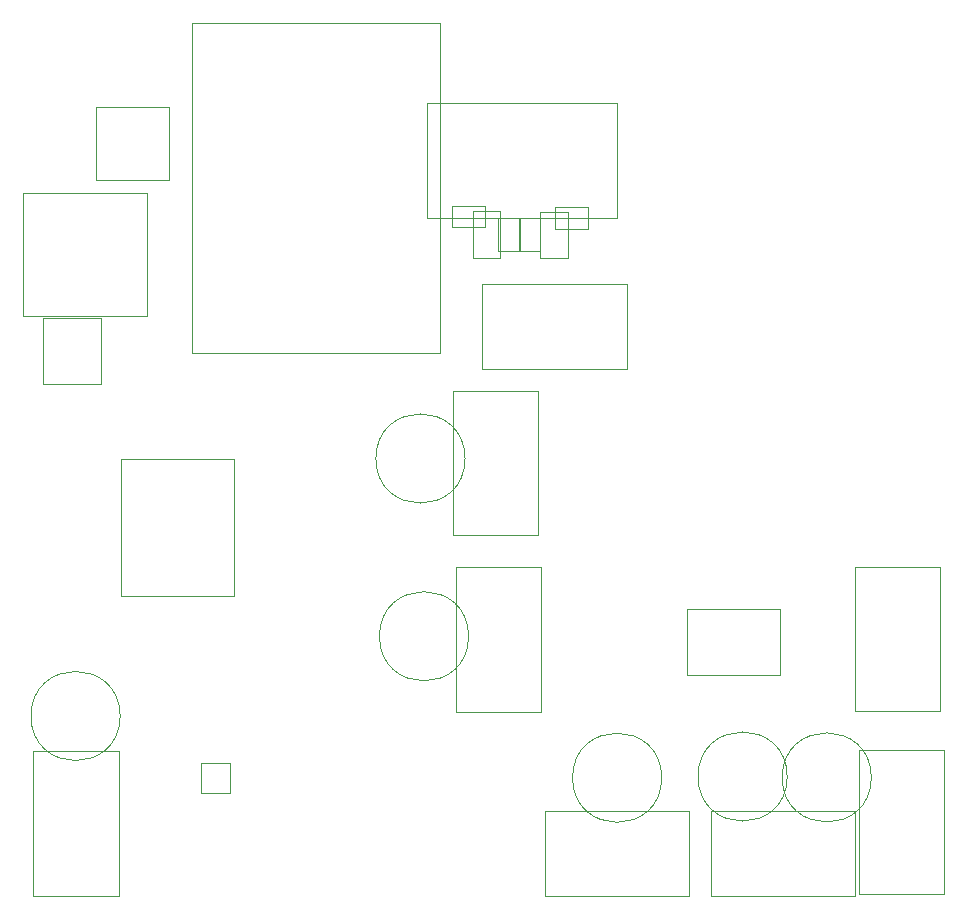
<source format=gbr>
%TF.GenerationSoftware,Altium Limited,Altium Designer,21.7.2 (23)*%
G04 Layer_Color=32768*
%FSLAX45Y45*%
%MOMM*%
%TF.SameCoordinates,ACC8E456-25BC-4CB5-B469-56B585E6E94B*%
%TF.FilePolarity,Positive*%
%TF.FileFunction,Other,Mechanical_15*%
%TF.Part,Single*%
G01*
G75*
%TA.AperFunction,NonConductor*%
%ADD62C,0.10000*%
%ADD93C,0.05000*%
D62*
X1471160Y7396500D02*
X3571160D01*
Y4596500D02*
Y7396500D01*
X1471160Y4596500D02*
X3571160D01*
X1471160D02*
Y7396500D01*
X3682500Y4280000D02*
X4402500D01*
Y3060000D02*
Y4280000D01*
X3682500Y3060000D02*
X4402500D01*
X3682500D02*
Y4280000D01*
X700160Y4332500D02*
Y4892500D01*
X210160Y4332500D02*
X700160D01*
X210160D02*
Y4892500D01*
X700160D01*
X4065160Y5462500D02*
X4245160D01*
Y5742500D01*
X4065160D02*
X4245160D01*
X4065160Y5462500D02*
Y5742500D01*
X4235160Y5462500D02*
X4415160D01*
Y5742500D01*
X4235160D02*
X4415160D01*
X4235160Y5462500D02*
Y5742500D01*
X3669160Y5662500D02*
Y5842500D01*
Y5662500D02*
X3949160D01*
Y5842500D01*
X3669160D02*
X3949160D01*
X4825160Y5652500D02*
Y5832500D01*
X4545160D02*
X4825160D01*
X4545160Y5652500D02*
Y5832500D01*
Y5652500D02*
X4825160D01*
X5069660Y5737500D02*
Y6717500D01*
X3460660D02*
X5069660D01*
X3460660Y5737500D02*
Y6717500D01*
Y5737500D02*
X5069660D01*
X128517Y5000D02*
X848517D01*
X128517D02*
Y1225000D01*
X848517D01*
Y5000D02*
Y1225000D01*
X7117500Y1240000D02*
X7837500D01*
Y20000D02*
Y1240000D01*
X7117500Y20000D02*
X7837500D01*
X7117500D02*
Y1240000D01*
X3930160Y4465000D02*
Y5185000D01*
X5150160D01*
Y4465000D02*
Y5185000D01*
X3930160Y4465000D02*
X5150160D01*
X7082500Y2790000D02*
X7802500D01*
Y1570000D02*
Y2790000D01*
X7082500Y1570000D02*
X7802500D01*
X7082500D02*
Y2790000D01*
X3702500Y2782500D02*
X4422500D01*
Y1562500D02*
Y2782500D01*
X3702500Y1562500D02*
X4422500D01*
X3702500D02*
Y2782500D01*
X5862500Y5000D02*
Y725000D01*
X7082500D01*
Y5000D02*
Y725000D01*
X5862500Y5000D02*
X7082500D01*
X5682500D02*
Y725000D01*
X4462500Y5000D02*
X5682500D01*
X4462500D02*
Y725000D01*
X5682500D01*
D93*
X862500Y1525000D02*
G03*
X862500Y1525000I-377500J0D01*
G01*
X7222500Y1005000D02*
G03*
X7222500Y1005000I-377500J0D01*
G01*
X6510000Y1012500D02*
G03*
X6510000Y1012500I-377500J0D01*
G01*
X3782500Y3705000D02*
G03*
X3782500Y3705000I-377500J0D01*
G01*
X3812500Y2200000D02*
G03*
X3812500Y2200000I-377500J0D01*
G01*
X5447500Y1002500D02*
G03*
X5447500Y1002500I-377500J0D01*
G01*
X5662500Y2430000D02*
X6447500D01*
Y1870000D02*
Y2430000D01*
X5662500Y1870000D02*
X6447500D01*
X5662500D02*
Y2430000D01*
X870000Y3702500D02*
X1825000D01*
Y2542500D02*
Y3702500D01*
X870000Y2542500D02*
X1825000D01*
X870000D02*
Y3702500D01*
X42660Y4910000D02*
Y5955000D01*
X1087660D01*
Y4910000D02*
Y5955000D01*
X42660Y4910000D02*
X1087660D01*
X1547500Y875000D02*
Y1125000D01*
Y875000D02*
X1792500D01*
Y1125000D01*
X1547500D02*
X1792500D01*
X654660Y6067500D02*
X1275660D01*
X654660D02*
Y6682500D01*
X1275660D01*
Y6067500D02*
Y6682500D01*
X4420160Y5398800D02*
Y5793800D01*
X4650160D01*
Y5398800D02*
Y5793800D01*
X4420160Y5398800D02*
X4650160D01*
X3850160Y5405000D02*
Y5800000D01*
X4080160D01*
Y5405000D02*
Y5800000D01*
X3850160Y5405000D02*
X4080160D01*
%TF.MD5,ded22ab5f3cd66398936d6108d4e4e17*%
M02*

</source>
